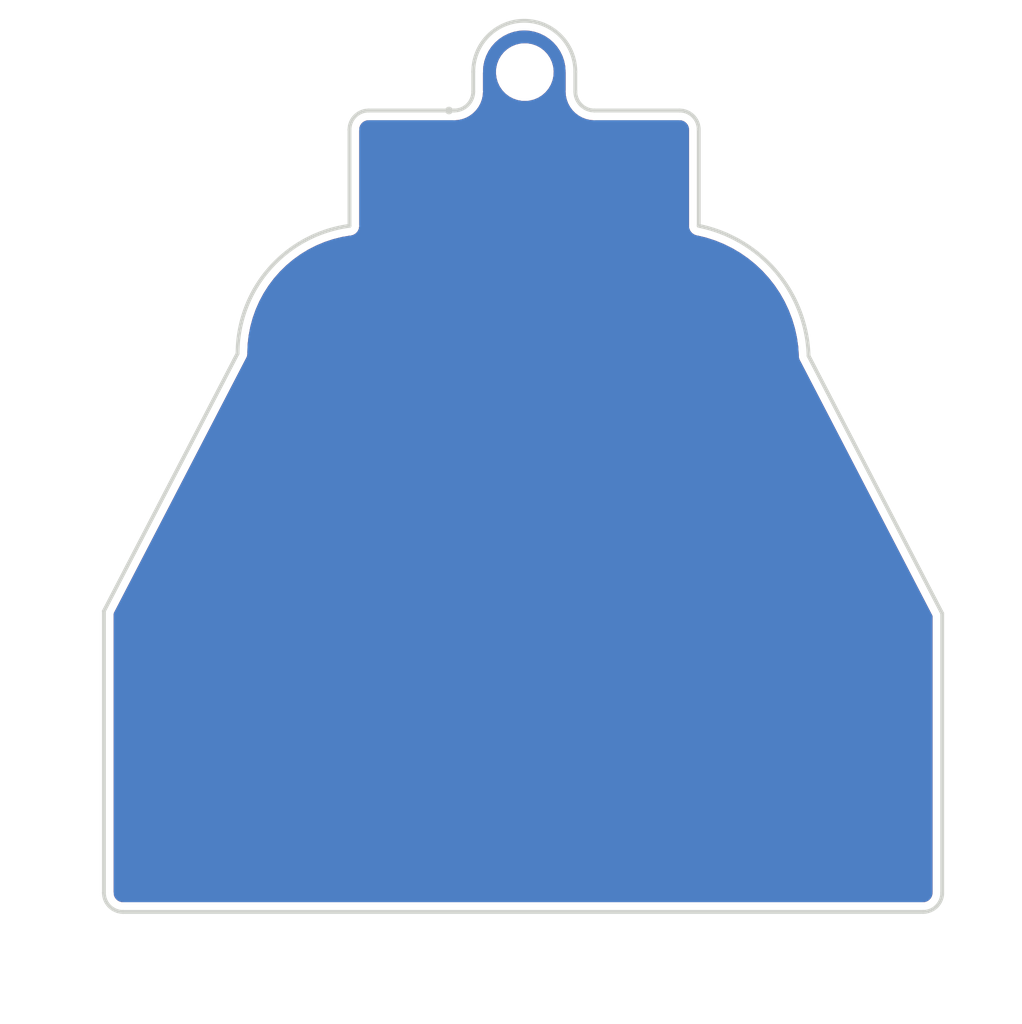
<source format=kicad_pcb>
(kicad_pcb (version 20211014) (generator pcbnew)
  (layers (0 "F.Cu" signal) (31 "B.Cu" signal) (34 "B.Paste" user) (35 "F.Paste" user) (36 "B.SilkS" user "B.Silkscreen") (37 "F.SilkS" user "F.Silkscreen") (38 "B.Mask" user) (39 "F.Mask" user) (44 "Edge.Cuts" user))
  (net 0 "")
  (footprint "" (layer "F.Cu") (at 49.863 27.04555)
    (fp_text reference "" (at 0 0) (layer "F.SilkS") (effects (font (size 1.27 1.27))))
    (fp_text value "" (at 0 0) (layer "F.SilkS") (effects (font (size 1.27 1.27))))
    (pad "" np_thru_hole circle (at -0.7505 -3.28555) (size 2 2) (drill 2) (layers F&B.Cu *.Mask))
  )
  (gr_line (start 28.1145 67.654) (end 69.9295 67.654) (layer "Edge.Cuts") (width 0.2))
  (gr_arc (start 45.1485 25.768) (mid 45.1485 25.768) (end 45.1485 25.768) (layer "Edge.Cuts") (width 0.2))
  (gr_arc (start 46.4185 23.744) (mid 49.0855 21.077) (end 51.7525 23.744) (layer "Edge.Cuts") (width 0.2))
  (gr_arc (start 46.4185 24.768) (mid 46.125607 25.475107) (end 45.4185 25.768) (layer "Edge.Cuts") (width 0.2))
  (gr_line (start 39.949154 31.79495) (end 39.949154 26.768) (layer "Edge.Cuts") (width 0.2))
  (gr_line (start 40.949154 25.768) (end 45.4185 25.768) (layer "Edge.Cuts") (width 0.2))
  (gr_arc (start 52.7525 25.768) (mid 52.045393 25.475107) (end 51.7525 24.768) (layer "Edge.Cuts") (width 0.2))
  (gr_line (start 46.4185 24.768) (end 46.4185 23.744) (layer "Edge.Cuts") (width 0.2))
  (gr_arc (start 57.2025 25.768) (mid 57.909607 26.060893) (end 58.2025 26.768) (layer "Edge.Cuts") (width 0.2))
  (gr_line (start 27.1145 51.93) (end 34.0995 38.468) (layer "Edge.Cuts") (width 0.2))
  (gr_arc (start 70.9295 66.654) (mid 70.636607 67.361107) (end 69.9295 67.654) (layer "Edge.Cuts") (width 0.2))
  (gr_arc (start 58.2025 31.79495) (mid 62.257886 34.194867) (end 63.9445 38.595) (layer "Edge.Cuts") (width 0.2))
  (gr_arc (start 34.0995 38.468) (mid 35.768944 34.030995) (end 39.949154 31.79495) (layer "Edge.Cuts") (width 0.2))
  (gr_line (start 58.2025 26.768) (end 58.2025 31.79495) (layer "Edge.Cuts") (width 0.2))
  (gr_line (start 52.7525 25.768) (end 57.2025 25.768) (layer "Edge.Cuts") (width 0.2))
  (gr_line (start 70.9295 66.654) (end 70.9295 52.057) (layer "Edge.Cuts") (width 0.2))
  (gr_line (start 51.7525 23.744) (end 51.7525 24.768) (layer "Edge.Cuts") (width 0.2))
  (gr_line (start 63.9445 38.595) (end 70.9295 52.057) (layer "Edge.Cuts") (width 0.2))
  (gr_line (start 27.1145 51.93) (end 27.1145 66.654) (layer "Edge.Cuts") (width 0.2))
  (gr_arc (start 39.949154 26.768) (mid 40.242047 26.060893) (end 40.949154 25.768) (layer "Edge.Cuts") (width 0.2))
  (gr_arc (start 28.1145 67.654) (mid 27.407393 67.361107) (end 27.1145 66.654) (layer "Edge.Cuts") (width 0.2))
  (zone (net 0) (net_name "") (layer "F.Cu") (connect_pads (clearance 0.508)) (min_thickness 0.254) (fill yes (thermal_gap 0.508) (thermal_bridge_width 0.508))
    (polygon (pts (xy 73.9775 72.631) (xy 22.9235 72.25) (xy 22.1725 20.035) (xy 74.4855 20.307)))
  )
  (zone (net 0) (net_name "") (layer "B.Cu") (connect_pads (clearance 0.508)) (min_thickness 0.254) (fill yes (thermal_gap 0.508) (thermal_bridge_width 0.508))
    (polygon (pts (xy 75.1205 20.18) (xy 74.4855 73.52) (xy 21.7805 72.631) (xy 21.6825 19.99155)))
  )
)
</source>
